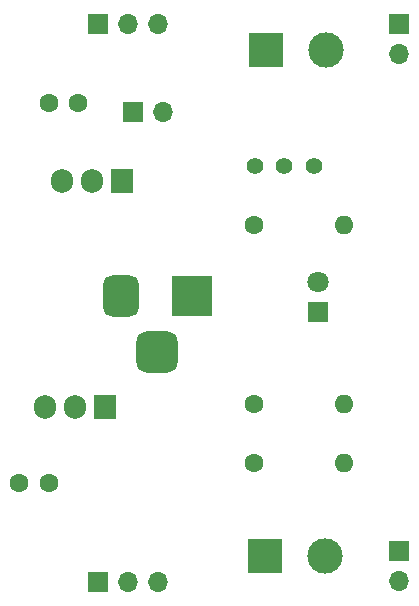
<source format=gbr>
%TF.GenerationSoftware,KiCad,Pcbnew,7.0.10*%
%TF.CreationDate,2024-02-15T23:55:06+08:00*%
%TF.ProjectId,Project 2 - Breadboard power supply,50726f6a-6563-4742-9032-202d20427265,rev?*%
%TF.SameCoordinates,Original*%
%TF.FileFunction,Soldermask,Top*%
%TF.FilePolarity,Negative*%
%FSLAX46Y46*%
G04 Gerber Fmt 4.6, Leading zero omitted, Abs format (unit mm)*
G04 Created by KiCad (PCBNEW 7.0.10) date 2024-02-15 23:55:06*
%MOMM*%
%LPD*%
G01*
G04 APERTURE LIST*
G04 Aperture macros list*
%AMRoundRect*
0 Rectangle with rounded corners*
0 $1 Rounding radius*
0 $2 $3 $4 $5 $6 $7 $8 $9 X,Y pos of 4 corners*
0 Add a 4 corners polygon primitive as box body*
4,1,4,$2,$3,$4,$5,$6,$7,$8,$9,$2,$3,0*
0 Add four circle primitives for the rounded corners*
1,1,$1+$1,$2,$3*
1,1,$1+$1,$4,$5*
1,1,$1+$1,$6,$7*
1,1,$1+$1,$8,$9*
0 Add four rect primitives between the rounded corners*
20,1,$1+$1,$2,$3,$4,$5,0*
20,1,$1+$1,$4,$5,$6,$7,0*
20,1,$1+$1,$6,$7,$8,$9,0*
20,1,$1+$1,$8,$9,$2,$3,0*%
G04 Aperture macros list end*
%ADD10O,1.700000X1.700000*%
%ADD11R,1.700000X1.700000*%
%ADD12C,1.600000*%
%ADD13O,1.600000X1.600000*%
%ADD14O,1.905000X2.000000*%
%ADD15R,1.905000X2.000000*%
%ADD16C,1.397000*%
%ADD17R,3.000000X3.000000*%
%ADD18C,3.000000*%
%ADD19RoundRect,0.875000X-0.875000X-0.875000X0.875000X-0.875000X0.875000X0.875000X-0.875000X0.875000X0*%
%ADD20RoundRect,0.750000X-0.750000X-1.000000X0.750000X-1.000000X0.750000X1.000000X-0.750000X1.000000X0*%
%ADD21R,3.500000X3.500000*%
%ADD22R,1.800000X1.800000*%
%ADD23C,1.800000*%
G04 APERTURE END LIST*
D10*
%TO.C,J4*%
X66040000Y-102500000D03*
X63500000Y-102500000D03*
D11*
X60960000Y-102500000D03*
%TD*%
D10*
%TO.C,J3*%
X66040000Y-55300000D03*
X63500000Y-55300000D03*
D11*
X60960000Y-55300000D03*
%TD*%
D12*
%TO.C,R3*%
X74155000Y-92425000D03*
D13*
X81775000Y-92425000D03*
%TD*%
D14*
%TO.C,U1*%
X57920000Y-68550000D03*
X60460000Y-68550000D03*
D15*
X63000000Y-68550000D03*
%TD*%
D11*
%TO.C,C1*%
X63850000Y-62725000D03*
D10*
X66390000Y-62725000D03*
%TD*%
D12*
%TO.C,R1*%
X74155000Y-72350000D03*
D13*
X81775000Y-72350000D03*
%TD*%
D15*
%TO.C,U2*%
X61500000Y-87750000D03*
D14*
X58960000Y-87750000D03*
X56420000Y-87750000D03*
%TD*%
D16*
%TO.C,SW1*%
X74215900Y-67300000D03*
X76715900Y-67300000D03*
X79215900Y-67300000D03*
%TD*%
D12*
%TO.C,C2*%
X56775000Y-62000000D03*
X59275000Y-62000000D03*
%TD*%
D11*
%TO.C,J2*%
X86390000Y-99950000D03*
D10*
X86390000Y-102490000D03*
%TD*%
D11*
%TO.C,J1*%
X86390000Y-55300000D03*
D10*
X86390000Y-57840000D03*
%TD*%
D12*
%TO.C,C3*%
X54275000Y-94200000D03*
X56775000Y-94200000D03*
%TD*%
D17*
%TO.C,J5*%
X75035000Y-100300000D03*
D18*
X80115000Y-100300000D03*
%TD*%
D19*
%TO.C,J6*%
X65900000Y-83067500D03*
D20*
X62900000Y-78367500D03*
D21*
X68900000Y-78367500D03*
%TD*%
D17*
%TO.C,J7*%
X75160000Y-57500000D03*
D18*
X80240000Y-57500000D03*
%TD*%
D12*
%TO.C,R2*%
X74155000Y-87450000D03*
D13*
X81775000Y-87450000D03*
%TD*%
D22*
%TO.C,D1*%
X79575000Y-79700000D03*
D23*
X79575000Y-77160000D03*
%TD*%
M02*

</source>
